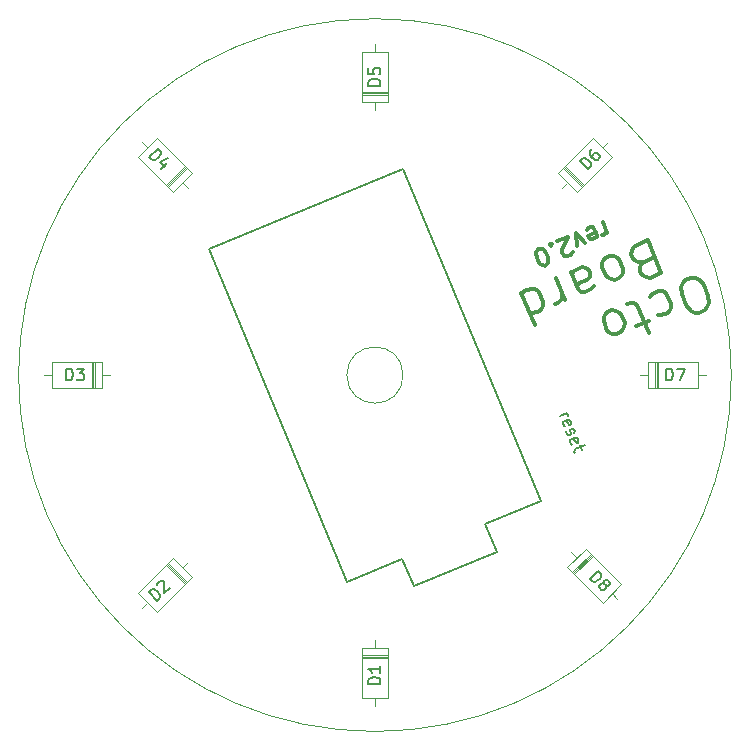
<source format=gbr>
G04 #@! TF.GenerationSoftware,KiCad,Pcbnew,(5.1.5)-3*
G04 #@! TF.CreationDate,2020-04-20T09:44:32-04:00*
G04 #@! TF.ProjectId,OctoPad,4f63746f-5061-4642-9e6b-696361645f70,rev?*
G04 #@! TF.SameCoordinates,Original*
G04 #@! TF.FileFunction,Legend,Top*
G04 #@! TF.FilePolarity,Positive*
%FSLAX46Y46*%
G04 Gerber Fmt 4.6, Leading zero omitted, Abs format (unit mm)*
G04 Created by KiCad (PCBNEW (5.1.5)-3) date 2020-04-20 09:44:32*
%MOMM*%
%LPD*%
G04 APERTURE LIST*
%ADD10C,0.300000*%
%ADD11C,0.120000*%
%ADD12C,0.150000*%
G04 APERTURE END LIST*
D10*
X182303427Y-104729060D02*
X181852809Y-104761085D01*
X181666157Y-104683771D01*
X181424836Y-104474474D01*
X181260829Y-104078526D01*
X181283474Y-103759891D01*
X181360788Y-103573239D01*
X181570084Y-103331918D01*
X182625946Y-102894566D01*
X183773997Y-105666205D01*
X182850117Y-106048888D01*
X182531483Y-106026243D01*
X182344831Y-105948930D01*
X182103510Y-105739633D01*
X181994172Y-105475668D01*
X182016816Y-105157033D01*
X182094130Y-104970381D01*
X182303427Y-104729060D01*
X183227306Y-104346377D01*
X179458359Y-104206623D02*
X179776994Y-104229268D01*
X179963646Y-104306582D01*
X180204967Y-104515878D01*
X180532981Y-105307775D01*
X180510337Y-105626410D01*
X180433023Y-105813062D01*
X180223726Y-106054383D01*
X179827778Y-106218390D01*
X179509143Y-106195745D01*
X179322491Y-106118431D01*
X179081171Y-105909135D01*
X178753156Y-105117238D01*
X178775801Y-104798603D01*
X178853115Y-104611952D01*
X179062411Y-104370631D01*
X179458359Y-104206623D01*
X176158790Y-105573350D02*
X176760149Y-107025161D01*
X177001470Y-107234457D01*
X177320105Y-107257102D01*
X177848036Y-107038426D01*
X178057333Y-106797105D01*
X176213459Y-105705333D02*
X176422755Y-105464012D01*
X177082669Y-105190667D01*
X177401304Y-105213311D01*
X177642625Y-105422608D01*
X177751963Y-105686573D01*
X177729318Y-106005208D01*
X177520022Y-106246529D01*
X176860108Y-106519874D01*
X176650811Y-106761195D01*
X174838962Y-106120041D02*
X175604329Y-107967800D01*
X175385652Y-107439869D02*
X175363008Y-107758503D01*
X175285694Y-107945155D01*
X175076397Y-108186476D01*
X174812432Y-108295814D01*
X171935340Y-107322760D02*
X173083391Y-110094399D01*
X171990009Y-107454743D02*
X172199306Y-107213422D01*
X172727237Y-106994746D01*
X173045872Y-107017390D01*
X173232524Y-107094704D01*
X173473845Y-107304001D01*
X173801859Y-108095897D01*
X173779214Y-108414532D01*
X173701901Y-108601184D01*
X173492604Y-108842505D01*
X172964673Y-109061181D01*
X172646038Y-109038536D01*
X178823447Y-101371529D02*
X179206131Y-102295409D01*
X179096792Y-102031443D02*
X179085470Y-102190760D01*
X179046813Y-102284086D01*
X178942165Y-102404747D01*
X178810182Y-102459416D01*
X177464962Y-102011546D02*
X177569611Y-101890885D01*
X177833576Y-101781547D01*
X177992894Y-101792869D01*
X178113554Y-101897518D01*
X178332230Y-102425449D01*
X178320908Y-102584766D01*
X178216260Y-102705427D01*
X177952294Y-102814765D01*
X177792977Y-102803442D01*
X177672316Y-102698794D01*
X177617647Y-102566811D01*
X178222892Y-102161483D01*
X177292380Y-103088110D02*
X176579740Y-102300903D01*
X176632466Y-103361455D01*
X176307199Y-103882754D02*
X176268542Y-103976080D01*
X176163894Y-104096740D01*
X175833937Y-104233413D01*
X175674620Y-104222091D01*
X175581294Y-104183434D01*
X175460633Y-104078786D01*
X175405964Y-103946803D01*
X175389952Y-103721494D01*
X175853834Y-102601583D01*
X174995946Y-102956932D01*
X174456693Y-103334926D02*
X174363367Y-103296269D01*
X174402024Y-103202943D01*
X174495350Y-103241600D01*
X174456693Y-103334926D01*
X174402024Y-103202943D01*
X174052169Y-104971445D02*
X173920186Y-105026115D01*
X173760869Y-105014792D01*
X173667543Y-104976135D01*
X173546883Y-104871487D01*
X173371553Y-104634856D01*
X173234881Y-104304899D01*
X173191534Y-104013599D01*
X173202856Y-103854282D01*
X173241513Y-103760956D01*
X173346161Y-103640295D01*
X173478144Y-103585626D01*
X173637461Y-103596948D01*
X173730787Y-103635605D01*
X173851448Y-103740254D01*
X174026777Y-103976885D01*
X174163450Y-104306842D01*
X174206797Y-104598142D01*
X174195474Y-104757459D01*
X174156818Y-104850785D01*
X174052169Y-104971445D01*
X187482488Y-108812821D02*
X186954556Y-109031498D01*
X186635922Y-109008853D01*
X186262618Y-108854226D01*
X185911959Y-108380963D01*
X185529276Y-107457084D01*
X185442582Y-106874484D01*
X185597210Y-106501180D01*
X185806506Y-106259859D01*
X186334437Y-106041183D01*
X186653072Y-106063828D01*
X187026376Y-106218455D01*
X187377035Y-106691717D01*
X187759718Y-107615597D01*
X187846412Y-108198197D01*
X187691784Y-108571501D01*
X187482488Y-108812821D01*
X182825571Y-107649230D02*
X183034868Y-107407909D01*
X183562799Y-107189233D01*
X183881433Y-107211878D01*
X184068085Y-107289192D01*
X184309406Y-107498488D01*
X184637421Y-108290385D01*
X184614776Y-108609019D01*
X184537462Y-108795671D01*
X184328166Y-109036992D01*
X183800234Y-109255668D01*
X183481600Y-109233024D01*
X182744372Y-109693021D02*
X181688510Y-110130373D01*
X182731107Y-110780908D02*
X181747064Y-108405217D01*
X181505743Y-108195921D01*
X181187109Y-108173276D01*
X180923143Y-108282614D01*
X179603315Y-108829305D02*
X179921950Y-108851950D01*
X180108602Y-108929263D01*
X180349922Y-109138560D01*
X180677937Y-109930457D01*
X180655292Y-110249091D01*
X180577978Y-110435743D01*
X180368682Y-110677064D01*
X179972734Y-110841071D01*
X179654099Y-110818427D01*
X179467447Y-110741113D01*
X179226126Y-110531816D01*
X178898112Y-109739920D01*
X178920756Y-109421285D01*
X178998070Y-109234633D01*
X179207367Y-108993312D01*
X179603315Y-108829305D01*
D11*
X161925000Y-114300000D02*
G75*
G03X161925000Y-114300000I-2381250J0D01*
G01*
X189716692Y-114300000D02*
G75*
G03X189716692Y-114300000I-30172942J0D01*
G01*
D12*
X173589135Y-124977868D02*
X161924944Y-96818020D01*
X168895827Y-126921900D02*
X173589135Y-124977868D01*
X169867842Y-129268554D02*
X168895827Y-126921900D01*
X162827880Y-132184602D02*
X169867842Y-129268554D01*
X161855864Y-129837948D02*
X162827880Y-132184602D01*
X157162556Y-131781980D02*
X161855864Y-129837948D01*
X145498365Y-103622132D02*
X157162556Y-131781980D01*
X161924944Y-96818020D02*
X145498365Y-103622132D01*
D11*
X177829984Y-129414815D02*
X176246065Y-130998734D01*
X177999690Y-129584521D02*
X176415771Y-131168440D01*
X177914837Y-129499668D02*
X176330918Y-131083587D01*
X180071513Y-133240263D02*
X179611893Y-132780643D01*
X176154141Y-129322891D02*
X176613760Y-129782510D01*
X180403853Y-131988684D02*
X177405720Y-128990551D01*
X178819934Y-133572603D02*
X180403853Y-131988684D01*
X175821801Y-130574470D02*
X178819934Y-133572603D01*
X177405720Y-128990551D02*
X175821801Y-130574470D01*
X183265000Y-113180000D02*
X183265000Y-115420000D01*
X183505000Y-113180000D02*
X183505000Y-115420000D01*
X183385000Y-113180000D02*
X183385000Y-115420000D01*
X187555000Y-114300000D02*
X186905000Y-114300000D01*
X182015000Y-114300000D02*
X182665000Y-114300000D01*
X186905000Y-113180000D02*
X182665000Y-113180000D01*
X186905000Y-115420000D02*
X186905000Y-113180000D01*
X182665000Y-115420000D02*
X186905000Y-115420000D01*
X182665000Y-113180000D02*
X182665000Y-115420000D01*
X175452315Y-96807516D02*
X177036234Y-98391435D01*
X175622021Y-96637810D02*
X177205940Y-98221729D01*
X175537168Y-96722663D02*
X177121087Y-98306582D01*
X179277763Y-94565987D02*
X178818143Y-95025607D01*
X175360391Y-98483359D02*
X175820010Y-98023740D01*
X178026184Y-94233647D02*
X175028051Y-97231780D01*
X179610103Y-95817566D02*
X178026184Y-94233647D01*
X176611970Y-98815699D02*
X179610103Y-95817566D01*
X175028051Y-97231780D02*
X176611970Y-98815699D01*
X158423750Y-90578750D02*
X160663750Y-90578750D01*
X158423750Y-90338750D02*
X160663750Y-90338750D01*
X158423750Y-90458750D02*
X160663750Y-90458750D01*
X159543750Y-86288750D02*
X159543750Y-86938750D01*
X159543750Y-91828750D02*
X159543750Y-91178750D01*
X158423750Y-86938750D02*
X158423750Y-91178750D01*
X160663750Y-86938750D02*
X158423750Y-86938750D01*
X160663750Y-91178750D02*
X160663750Y-86938750D01*
X158423750Y-91178750D02*
X160663750Y-91178750D01*
X142051266Y-98391435D02*
X143635185Y-96807516D01*
X141881560Y-98221729D02*
X143465479Y-96637810D01*
X141966413Y-98306582D02*
X143550332Y-96722663D01*
X139809737Y-94565987D02*
X140269357Y-95025607D01*
X143727109Y-98483359D02*
X143267490Y-98023740D01*
X139477397Y-95817566D02*
X142475530Y-98815699D01*
X141061316Y-94233647D02*
X139477397Y-95817566D01*
X144059449Y-97231780D02*
X141061316Y-94233647D01*
X142475530Y-98815699D02*
X144059449Y-97231780D01*
X135822500Y-115420000D02*
X135822500Y-113180000D01*
X135582500Y-115420000D02*
X135582500Y-113180000D01*
X135702500Y-115420000D02*
X135702500Y-113180000D01*
X131532500Y-114300000D02*
X132182500Y-114300000D01*
X137072500Y-114300000D02*
X136422500Y-114300000D01*
X132182500Y-115420000D02*
X136422500Y-115420000D01*
X132182500Y-113180000D02*
X132182500Y-115420000D01*
X136422500Y-113180000D02*
X132182500Y-113180000D01*
X136422500Y-115420000D02*
X136422500Y-113180000D01*
X143635185Y-131792484D02*
X142051266Y-130208565D01*
X143465479Y-131962190D02*
X141881560Y-130378271D01*
X143550332Y-131877337D02*
X141966413Y-130293418D01*
X139809737Y-134034013D02*
X140269357Y-133574393D01*
X143727109Y-130116641D02*
X143267490Y-130576260D01*
X141061316Y-134366353D02*
X144059449Y-131368220D01*
X139477397Y-132782434D02*
X141061316Y-134366353D01*
X142475530Y-129784301D02*
X139477397Y-132782434D01*
X144059449Y-131368220D02*
X142475530Y-129784301D01*
X160663750Y-138021250D02*
X158423750Y-138021250D01*
X160663750Y-138261250D02*
X158423750Y-138261250D01*
X160663750Y-138141250D02*
X158423750Y-138141250D01*
X159543750Y-142311250D02*
X159543750Y-141661250D01*
X159543750Y-136771250D02*
X159543750Y-137421250D01*
X160663750Y-141661250D02*
X160663750Y-137421250D01*
X158423750Y-141661250D02*
X160663750Y-141661250D01*
X158423750Y-137421250D02*
X158423750Y-141661250D01*
X160663750Y-137421250D02*
X158423750Y-137421250D01*
D12*
X175174971Y-117739813D02*
X175790891Y-117484691D01*
X175614914Y-117557583D02*
X175721125Y-117565131D01*
X175783343Y-117590902D01*
X175863783Y-117660668D01*
X175900229Y-117748657D01*
X175601649Y-118645470D02*
X175521209Y-118575704D01*
X175448317Y-118399727D01*
X175455865Y-118293516D01*
X175525630Y-118213075D01*
X175877584Y-118067291D01*
X175983796Y-118074839D01*
X176064236Y-118144605D01*
X176137128Y-118320582D01*
X176129580Y-118426794D01*
X176059815Y-118507234D01*
X175971826Y-118543680D01*
X175701607Y-118140183D01*
X175765656Y-119041418D02*
X175758108Y-119147630D01*
X175831000Y-119323607D01*
X175911440Y-119393372D01*
X176017652Y-119400920D01*
X176061646Y-119382697D01*
X176131412Y-119302257D01*
X176138960Y-119196046D01*
X176084291Y-119064063D01*
X176091839Y-118957851D01*
X176161605Y-118877411D01*
X176205599Y-118859188D01*
X176311810Y-118866736D01*
X176392251Y-118936502D01*
X176446920Y-119068484D01*
X176439372Y-119174696D01*
X176239455Y-120185269D02*
X176159014Y-120115503D01*
X176086122Y-119939526D01*
X176093671Y-119833315D01*
X176163436Y-119752875D01*
X176515390Y-119607090D01*
X176621602Y-119614639D01*
X176702042Y-119684404D01*
X176774934Y-119860381D01*
X176767386Y-119966593D01*
X176697620Y-120047033D01*
X176609632Y-120083479D01*
X176339413Y-119679982D01*
X176938941Y-120256330D02*
X177084725Y-120608284D01*
X177301570Y-120260751D02*
X176509673Y-120588766D01*
X176439908Y-120669206D01*
X176432360Y-120775417D01*
X176468806Y-120863406D01*
X177751956Y-131560469D02*
X178459062Y-130853362D01*
X178627421Y-131021721D01*
X178694765Y-131156408D01*
X178694765Y-131291095D01*
X178661093Y-131392110D01*
X178560078Y-131560469D01*
X178459062Y-131661484D01*
X178290704Y-131762500D01*
X178189688Y-131796171D01*
X178055001Y-131796171D01*
X177920314Y-131728828D01*
X177751956Y-131560469D01*
X178964139Y-131964530D02*
X178930467Y-131863515D01*
X178930467Y-131796171D01*
X178964139Y-131695156D01*
X178997811Y-131661484D01*
X179098826Y-131627812D01*
X179166169Y-131627812D01*
X179267185Y-131661484D01*
X179401872Y-131796171D01*
X179435543Y-131897187D01*
X179435543Y-131964530D01*
X179401872Y-132065545D01*
X179368200Y-132099217D01*
X179267185Y-132132889D01*
X179199841Y-132132889D01*
X179098826Y-132099217D01*
X178964139Y-131964530D01*
X178863124Y-131930858D01*
X178795780Y-131930858D01*
X178694765Y-131964530D01*
X178560078Y-132099217D01*
X178526406Y-132200232D01*
X178526406Y-132267576D01*
X178560078Y-132368591D01*
X178694765Y-132503278D01*
X178795780Y-132536950D01*
X178863124Y-132536950D01*
X178964139Y-132503278D01*
X179098826Y-132368591D01*
X179132498Y-132267576D01*
X179132498Y-132200232D01*
X179098826Y-132099217D01*
X184205654Y-114752380D02*
X184205654Y-113752380D01*
X184443750Y-113752380D01*
X184586607Y-113800000D01*
X184681845Y-113895238D01*
X184729464Y-113990476D01*
X184777083Y-114180952D01*
X184777083Y-114323809D01*
X184729464Y-114514285D01*
X184681845Y-114609523D01*
X184586607Y-114704761D01*
X184443750Y-114752380D01*
X184205654Y-114752380D01*
X185110416Y-113752380D02*
X185777083Y-113752380D01*
X185348511Y-114752380D01*
X177597969Y-96885543D02*
X176890862Y-96178437D01*
X177059221Y-96010078D01*
X177193908Y-95942734D01*
X177328595Y-95942734D01*
X177429610Y-95976406D01*
X177597969Y-96077421D01*
X177698984Y-96178437D01*
X177800000Y-96346795D01*
X177833671Y-96447811D01*
X177833671Y-96582498D01*
X177766328Y-96717185D01*
X177597969Y-96885543D01*
X177901015Y-95168284D02*
X177766328Y-95302971D01*
X177732656Y-95403986D01*
X177732656Y-95471330D01*
X177766328Y-95639688D01*
X177867343Y-95808047D01*
X178136717Y-96077421D01*
X178237732Y-96111093D01*
X178305076Y-96111093D01*
X178406091Y-96077421D01*
X178540778Y-95942734D01*
X178574450Y-95841719D01*
X178574450Y-95774375D01*
X178540778Y-95673360D01*
X178372419Y-95505001D01*
X178271404Y-95471330D01*
X178204061Y-95471330D01*
X178103045Y-95505001D01*
X177968358Y-95639688D01*
X177934687Y-95740704D01*
X177934687Y-95808047D01*
X177968358Y-95909062D01*
X159996130Y-89796845D02*
X158996130Y-89796845D01*
X158996130Y-89558750D01*
X159043750Y-89415892D01*
X159138988Y-89320654D01*
X159234226Y-89273035D01*
X159424702Y-89225416D01*
X159567559Y-89225416D01*
X159758035Y-89273035D01*
X159853273Y-89320654D01*
X159948511Y-89415892D01*
X159996130Y-89558750D01*
X159996130Y-89796845D01*
X158996130Y-88320654D02*
X158996130Y-88796845D01*
X159472321Y-88844464D01*
X159424702Y-88796845D01*
X159377083Y-88701607D01*
X159377083Y-88463511D01*
X159424702Y-88368273D01*
X159472321Y-88320654D01*
X159567559Y-88273035D01*
X159805654Y-88273035D01*
X159900892Y-88320654D01*
X159948511Y-88368273D01*
X159996130Y-88463511D01*
X159996130Y-88701607D01*
X159948511Y-88796845D01*
X159900892Y-88844464D01*
X140445706Y-95841719D02*
X141152812Y-95134612D01*
X141321171Y-95302971D01*
X141388515Y-95437658D01*
X141388515Y-95572345D01*
X141354843Y-95673360D01*
X141253828Y-95841719D01*
X141152812Y-95942734D01*
X140984454Y-96043750D01*
X140883438Y-96077421D01*
X140748751Y-96077421D01*
X140614064Y-96010078D01*
X140445706Y-95841719D01*
X141927263Y-96380467D02*
X141455858Y-96851872D01*
X142028278Y-95942734D02*
X141354843Y-96279452D01*
X141792576Y-96717185D01*
X133405654Y-114752380D02*
X133405654Y-113752380D01*
X133643750Y-113752380D01*
X133786607Y-113800000D01*
X133881845Y-113895238D01*
X133929464Y-113990476D01*
X133977083Y-114180952D01*
X133977083Y-114323809D01*
X133929464Y-114514285D01*
X133881845Y-114609523D01*
X133786607Y-114704761D01*
X133643750Y-114752380D01*
X133405654Y-114752380D01*
X134310416Y-113752380D02*
X134929464Y-113752380D01*
X134596130Y-114133333D01*
X134738988Y-114133333D01*
X134834226Y-114180952D01*
X134881845Y-114228571D01*
X134929464Y-114323809D01*
X134929464Y-114561904D01*
X134881845Y-114657142D01*
X134834226Y-114704761D01*
X134738988Y-114752380D01*
X134453273Y-114752380D01*
X134358035Y-114704761D01*
X134310416Y-114657142D01*
X141085469Y-133398043D02*
X140378362Y-132690937D01*
X140546721Y-132522578D01*
X140681408Y-132455234D01*
X140816095Y-132455234D01*
X140917110Y-132488906D01*
X141085469Y-132589921D01*
X141186484Y-132690937D01*
X141287500Y-132859295D01*
X141321171Y-132960311D01*
X141321171Y-133094998D01*
X141253828Y-133229685D01*
X141085469Y-133398043D01*
X141119141Y-132084845D02*
X141119141Y-132017501D01*
X141152812Y-131916486D01*
X141321171Y-131748127D01*
X141422187Y-131714456D01*
X141489530Y-131714456D01*
X141590545Y-131748127D01*
X141657889Y-131815471D01*
X141725232Y-131950158D01*
X141725232Y-132758280D01*
X142162965Y-132320547D01*
X159996130Y-140438095D02*
X158996130Y-140438095D01*
X158996130Y-140200000D01*
X159043750Y-140057142D01*
X159138988Y-139961904D01*
X159234226Y-139914285D01*
X159424702Y-139866666D01*
X159567559Y-139866666D01*
X159758035Y-139914285D01*
X159853273Y-139961904D01*
X159948511Y-140057142D01*
X159996130Y-140200000D01*
X159996130Y-140438095D01*
X159996130Y-138914285D02*
X159996130Y-139485714D01*
X159996130Y-139200000D02*
X158996130Y-139200000D01*
X159138988Y-139295238D01*
X159234226Y-139390476D01*
X159281845Y-139485714D01*
M02*

</source>
